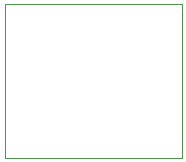
<source format=gbr>
%TF.GenerationSoftware,KiCad,Pcbnew,9.0.3-9.0.3-0~ubuntu22.04.1*%
%TF.CreationDate,2025-08-07T16:27:34-07:00*%
%TF.ProjectId,milkv_hat,6d696c6b-765f-4686-9174-2e6b69636164,rev?*%
%TF.SameCoordinates,Original*%
%TF.FileFunction,Profile,NP*%
%FSLAX46Y46*%
G04 Gerber Fmt 4.6, Leading zero omitted, Abs format (unit mm)*
G04 Created by KiCad (PCBNEW 9.0.3-9.0.3-0~ubuntu22.04.1) date 2025-08-07 16:27:34*
%MOMM*%
%LPD*%
G01*
G04 APERTURE LIST*
%TA.AperFunction,Profile*%
%ADD10C,0.050000*%
%TD*%
G04 APERTURE END LIST*
D10*
X127000000Y-73000000D02*
X127000000Y-60000000D01*
X112000000Y-73000000D02*
X127000000Y-73000000D01*
X112000000Y-60000000D02*
X112000000Y-73000000D01*
X127000000Y-60000000D02*
X112000000Y-60000000D01*
M02*

</source>
